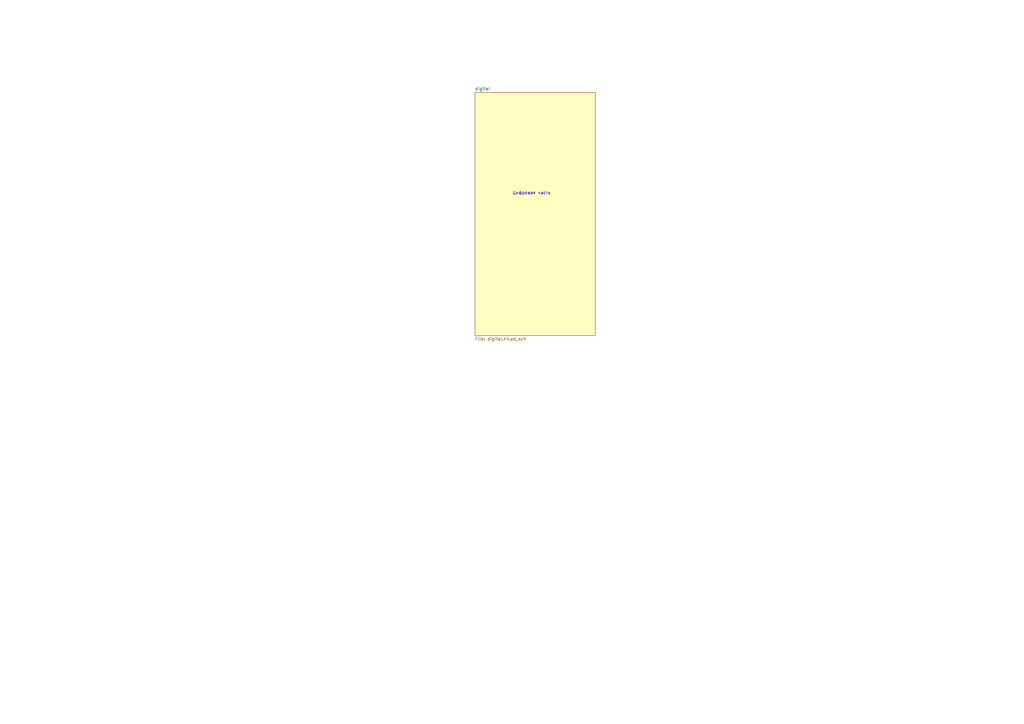
<source format=kicad_sch>
(kicad_sch (version 20211123) (generator eeschema)
  (paper "A3")
  (title_block (title "uSDX_328P Трансивер") (date "2022-04-24") (rev "1") (company "hamradio@conference.jabber.ru"))
  (lib_symbols)
  (text "Цифровая часть" (at 210.058 80.01 0) (effects (font (size 1.27 1.27)) (justify left bottom)))
  (sheet (at 194.818 37.846) (size 49.276 99.822) (stroke (width 0.1524)) (fill (color 255 255 194 1.0000))
    (property "Sheet name" "digital" (at 194.818 37.1344 0) (effects (justify left bottom)))
    (property "Sheet file" "digital.kicad_sch" (at 194.818 138.2526 0) (effects (justify left top)))
  )
)
</source>
